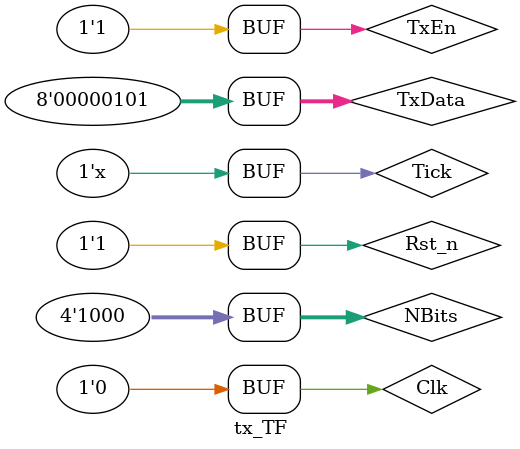
<source format=v>
`timescale 1ns / 1ps


module tx_TF;

	// Inputs
	reg Clk;
	reg Rst_n;
	reg TxEn;
	reg [7:0] TxData;
	reg Tick;
	reg [3:0] NBits;

	// Outputs
	wire TxDone;
	wire Tx;

	// Instantiate the Unit Under Test (UUT)
	UART_rs232_tx uut (
		.Clk(Clk), 
		.Rst_n(Rst_n), 
		.TxEn(TxEn), 
		.TxData(TxData), 
		.TxDone(TxDone), 
		.Tx(Tx), 
		.Tick(Tick), 
		.NBits(NBits)
	);

	initial begin
		// Initialize Inputs
		Clk = 0;
		Rst_n = 0;
		TxEn = 0;
		TxData = 0;
		Tick = 0;
		NBits = 8;

		// Wait 100 ns for global reset to finish
		#100;
		Rst_n = 1;
		TxEn = 1;
		TxData = 5; 
		
        
		// Add stimulus here

	end
	always begin
		//#100 Clk = !Clk;
      #100 Tick = !Tick;
	end
endmodule


</source>
